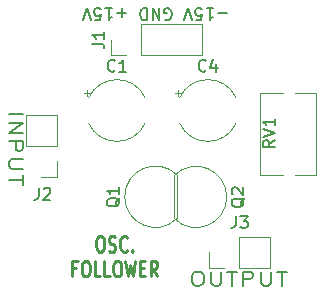
<source format=gbr>
G04 #@! TF.GenerationSoftware,KiCad,Pcbnew,(6.0.4)*
G04 #@! TF.CreationDate,2022-04-19T23:10:38+02:00*
G04 #@! TF.ProjectId,Wt_rnik_oscyloskopowy_JFET,5774f372-6e69-46b5-9f6f-7363796c6f73,rev?*
G04 #@! TF.SameCoordinates,Original*
G04 #@! TF.FileFunction,Legend,Top*
G04 #@! TF.FilePolarity,Positive*
%FSLAX46Y46*%
G04 Gerber Fmt 4.6, Leading zero omitted, Abs format (unit mm)*
G04 Created by KiCad (PCBNEW (6.0.4)) date 2022-04-19 23:10:38*
%MOMM*%
%LPD*%
G01*
G04 APERTURE LIST*
%ADD10C,0.200000*%
%ADD11C,0.250000*%
%ADD12C,0.150000*%
%ADD13C,0.120000*%
G04 APERTURE END LIST*
D10*
X100657142Y-78707142D02*
X101857142Y-78707142D01*
X100657142Y-79421428D02*
X101857142Y-79421428D01*
X100657142Y-80278571D01*
X101857142Y-80278571D01*
X100657142Y-80992857D02*
X101857142Y-80992857D01*
X101857142Y-81564285D01*
X101800000Y-81707142D01*
X101742857Y-81778571D01*
X101628571Y-81850000D01*
X101457142Y-81850000D01*
X101342857Y-81778571D01*
X101285714Y-81707142D01*
X101228571Y-81564285D01*
X101228571Y-80992857D01*
X101857142Y-82492857D02*
X100885714Y-82492857D01*
X100771428Y-82564285D01*
X100714285Y-82635714D01*
X100657142Y-82778571D01*
X100657142Y-83064285D01*
X100714285Y-83207142D01*
X100771428Y-83278571D01*
X100885714Y-83350000D01*
X101857142Y-83350000D01*
X101857142Y-83850000D02*
X101857142Y-84707142D01*
X100657142Y-84278571D02*
X101857142Y-84278571D01*
D11*
X108290476Y-89041595D02*
X108480952Y-89041595D01*
X108576190Y-89103500D01*
X108671428Y-89227309D01*
X108719047Y-89474928D01*
X108719047Y-89908261D01*
X108671428Y-90155880D01*
X108576190Y-90279690D01*
X108480952Y-90341595D01*
X108290476Y-90341595D01*
X108195238Y-90279690D01*
X108100000Y-90155880D01*
X108052380Y-89908261D01*
X108052380Y-89474928D01*
X108100000Y-89227309D01*
X108195238Y-89103500D01*
X108290476Y-89041595D01*
X109100000Y-90279690D02*
X109242857Y-90341595D01*
X109480952Y-90341595D01*
X109576190Y-90279690D01*
X109623809Y-90217785D01*
X109671428Y-90093976D01*
X109671428Y-89970166D01*
X109623809Y-89846357D01*
X109576190Y-89784452D01*
X109480952Y-89722547D01*
X109290476Y-89660642D01*
X109195238Y-89598738D01*
X109147619Y-89536833D01*
X109100000Y-89413023D01*
X109100000Y-89289214D01*
X109147619Y-89165404D01*
X109195238Y-89103500D01*
X109290476Y-89041595D01*
X109528571Y-89041595D01*
X109671428Y-89103500D01*
X110671428Y-90217785D02*
X110623809Y-90279690D01*
X110480952Y-90341595D01*
X110385714Y-90341595D01*
X110242857Y-90279690D01*
X110147619Y-90155880D01*
X110100000Y-90032071D01*
X110052380Y-89784452D01*
X110052380Y-89598738D01*
X110100000Y-89351119D01*
X110147619Y-89227309D01*
X110242857Y-89103500D01*
X110385714Y-89041595D01*
X110480952Y-89041595D01*
X110623809Y-89103500D01*
X110671428Y-89165404D01*
X111100000Y-90217785D02*
X111147619Y-90279690D01*
X111100000Y-90341595D01*
X111052380Y-90279690D01*
X111100000Y-90217785D01*
X111100000Y-90341595D01*
X106361904Y-91753642D02*
X106028571Y-91753642D01*
X106028571Y-92434595D02*
X106028571Y-91134595D01*
X106504761Y-91134595D01*
X107076190Y-91134595D02*
X107266666Y-91134595D01*
X107361904Y-91196500D01*
X107457142Y-91320309D01*
X107504761Y-91567928D01*
X107504761Y-92001261D01*
X107457142Y-92248880D01*
X107361904Y-92372690D01*
X107266666Y-92434595D01*
X107076190Y-92434595D01*
X106980952Y-92372690D01*
X106885714Y-92248880D01*
X106838095Y-92001261D01*
X106838095Y-91567928D01*
X106885714Y-91320309D01*
X106980952Y-91196500D01*
X107076190Y-91134595D01*
X108409523Y-92434595D02*
X107933333Y-92434595D01*
X107933333Y-91134595D01*
X109219047Y-92434595D02*
X108742857Y-92434595D01*
X108742857Y-91134595D01*
X109742857Y-91134595D02*
X109933333Y-91134595D01*
X110028571Y-91196500D01*
X110123809Y-91320309D01*
X110171428Y-91567928D01*
X110171428Y-92001261D01*
X110123809Y-92248880D01*
X110028571Y-92372690D01*
X109933333Y-92434595D01*
X109742857Y-92434595D01*
X109647619Y-92372690D01*
X109552380Y-92248880D01*
X109504761Y-92001261D01*
X109504761Y-91567928D01*
X109552380Y-91320309D01*
X109647619Y-91196500D01*
X109742857Y-91134595D01*
X110504761Y-91134595D02*
X110742857Y-92434595D01*
X110933333Y-91506023D01*
X111123809Y-92434595D01*
X111361904Y-91134595D01*
X111742857Y-91753642D02*
X112076190Y-91753642D01*
X112219047Y-92434595D02*
X111742857Y-92434595D01*
X111742857Y-91134595D01*
X112219047Y-91134595D01*
X113219047Y-92434595D02*
X112885714Y-91815547D01*
X112647619Y-92434595D02*
X112647619Y-91134595D01*
X113028571Y-91134595D01*
X113123809Y-91196500D01*
X113171428Y-91258404D01*
X113219047Y-91382214D01*
X113219047Y-91567928D01*
X113171428Y-91691738D01*
X113123809Y-91753642D01*
X113028571Y-91815547D01*
X112647619Y-91815547D01*
D10*
X116492857Y-92042857D02*
X116778571Y-92042857D01*
X116921428Y-92100000D01*
X117064285Y-92214285D01*
X117135714Y-92442857D01*
X117135714Y-92842857D01*
X117064285Y-93071428D01*
X116921428Y-93185714D01*
X116778571Y-93242857D01*
X116492857Y-93242857D01*
X116350000Y-93185714D01*
X116207142Y-93071428D01*
X116135714Y-92842857D01*
X116135714Y-92442857D01*
X116207142Y-92214285D01*
X116350000Y-92100000D01*
X116492857Y-92042857D01*
X117778571Y-92042857D02*
X117778571Y-93014285D01*
X117850000Y-93128571D01*
X117921428Y-93185714D01*
X118064285Y-93242857D01*
X118350000Y-93242857D01*
X118492857Y-93185714D01*
X118564285Y-93128571D01*
X118635714Y-93014285D01*
X118635714Y-92042857D01*
X119135714Y-92042857D02*
X119992857Y-92042857D01*
X119564285Y-93242857D02*
X119564285Y-92042857D01*
X120492857Y-93242857D02*
X120492857Y-92042857D01*
X121064285Y-92042857D01*
X121207142Y-92100000D01*
X121278571Y-92157142D01*
X121350000Y-92271428D01*
X121350000Y-92442857D01*
X121278571Y-92557142D01*
X121207142Y-92614285D01*
X121064285Y-92671428D01*
X120492857Y-92671428D01*
X121992857Y-92042857D02*
X121992857Y-93014285D01*
X122064285Y-93128571D01*
X122135714Y-93185714D01*
X122278571Y-93242857D01*
X122564285Y-93242857D01*
X122707142Y-93185714D01*
X122778571Y-93128571D01*
X122850000Y-93014285D01*
X122850000Y-92042857D01*
X123350000Y-92042857D02*
X124207142Y-92042857D01*
X123778571Y-93242857D02*
X123778571Y-92042857D01*
X119147619Y-70128571D02*
X118385714Y-70128571D01*
X117385714Y-69747619D02*
X117957142Y-69747619D01*
X117671428Y-69747619D02*
X117671428Y-70747619D01*
X117766666Y-70604761D01*
X117861904Y-70509523D01*
X117957142Y-70461904D01*
X116480952Y-70747619D02*
X116957142Y-70747619D01*
X117004761Y-70271428D01*
X116957142Y-70319047D01*
X116861904Y-70366666D01*
X116623809Y-70366666D01*
X116528571Y-70319047D01*
X116480952Y-70271428D01*
X116433333Y-70176190D01*
X116433333Y-69938095D01*
X116480952Y-69842857D01*
X116528571Y-69795238D01*
X116623809Y-69747619D01*
X116861904Y-69747619D01*
X116957142Y-69795238D01*
X117004761Y-69842857D01*
X116147619Y-70747619D02*
X115814285Y-69747619D01*
X115480952Y-70747619D01*
X113861904Y-70700000D02*
X113957142Y-70747619D01*
X114100000Y-70747619D01*
X114242857Y-70700000D01*
X114338095Y-70604761D01*
X114385714Y-70509523D01*
X114433333Y-70319047D01*
X114433333Y-70176190D01*
X114385714Y-69985714D01*
X114338095Y-69890476D01*
X114242857Y-69795238D01*
X114100000Y-69747619D01*
X114004761Y-69747619D01*
X113861904Y-69795238D01*
X113814285Y-69842857D01*
X113814285Y-70176190D01*
X114004761Y-70176190D01*
X113385714Y-69747619D02*
X113385714Y-70747619D01*
X112814285Y-69747619D01*
X112814285Y-70747619D01*
X112338095Y-69747619D02*
X112338095Y-70747619D01*
X112100000Y-70747619D01*
X111957142Y-70700000D01*
X111861904Y-70604761D01*
X111814285Y-70509523D01*
X111766666Y-70319047D01*
X111766666Y-70176190D01*
X111814285Y-69985714D01*
X111861904Y-69890476D01*
X111957142Y-69795238D01*
X112100000Y-69747619D01*
X112338095Y-69747619D01*
X110576190Y-70128571D02*
X109814285Y-70128571D01*
X110195238Y-69747619D02*
X110195238Y-70509523D01*
X108814285Y-69747619D02*
X109385714Y-69747619D01*
X109100000Y-69747619D02*
X109100000Y-70747619D01*
X109195238Y-70604761D01*
X109290476Y-70509523D01*
X109385714Y-70461904D01*
X107909523Y-70747619D02*
X108385714Y-70747619D01*
X108433333Y-70271428D01*
X108385714Y-70319047D01*
X108290476Y-70366666D01*
X108052380Y-70366666D01*
X107957142Y-70319047D01*
X107909523Y-70271428D01*
X107861904Y-70176190D01*
X107861904Y-69938095D01*
X107909523Y-69842857D01*
X107957142Y-69795238D01*
X108052380Y-69747619D01*
X108290476Y-69747619D01*
X108385714Y-69795238D01*
X108433333Y-69842857D01*
X107576190Y-70747619D02*
X107242857Y-69747619D01*
X106909523Y-70747619D01*
D12*
G04 #@! TO.C,J1*
X107722380Y-72733333D02*
X108436666Y-72733333D01*
X108579523Y-72780952D01*
X108674761Y-72876190D01*
X108722380Y-73019047D01*
X108722380Y-73114285D01*
X108722380Y-71733333D02*
X108722380Y-72304761D01*
X108722380Y-72019047D02*
X107722380Y-72019047D01*
X107865238Y-72114285D01*
X107960476Y-72209523D01*
X108008095Y-72304761D01*
G04 #@! TO.C,RV1*
X123152380Y-80895238D02*
X122676190Y-81228571D01*
X123152380Y-81466666D02*
X122152380Y-81466666D01*
X122152380Y-81085714D01*
X122200000Y-80990476D01*
X122247619Y-80942857D01*
X122342857Y-80895238D01*
X122485714Y-80895238D01*
X122580952Y-80942857D01*
X122628571Y-80990476D01*
X122676190Y-81085714D01*
X122676190Y-81466666D01*
X122152380Y-80609523D02*
X123152380Y-80276190D01*
X122152380Y-79942857D01*
X123152380Y-79085714D02*
X123152380Y-79657142D01*
X123152380Y-79371428D02*
X122152380Y-79371428D01*
X122295238Y-79466666D01*
X122390476Y-79561904D01*
X122438095Y-79657142D01*
G04 #@! TO.C,C4*
X117333333Y-75007142D02*
X117285714Y-75054761D01*
X117142857Y-75102380D01*
X117047619Y-75102380D01*
X116904761Y-75054761D01*
X116809523Y-74959523D01*
X116761904Y-74864285D01*
X116714285Y-74673809D01*
X116714285Y-74530952D01*
X116761904Y-74340476D01*
X116809523Y-74245238D01*
X116904761Y-74150000D01*
X117047619Y-74102380D01*
X117142857Y-74102380D01*
X117285714Y-74150000D01*
X117333333Y-74197619D01*
X118190476Y-74435714D02*
X118190476Y-75102380D01*
X117952380Y-74054761D02*
X117714285Y-74769047D01*
X118333333Y-74769047D01*
G04 #@! TO.C,C1*
X109633333Y-75007142D02*
X109585714Y-75054761D01*
X109442857Y-75102380D01*
X109347619Y-75102380D01*
X109204761Y-75054761D01*
X109109523Y-74959523D01*
X109061904Y-74864285D01*
X109014285Y-74673809D01*
X109014285Y-74530952D01*
X109061904Y-74340476D01*
X109109523Y-74245238D01*
X109204761Y-74150000D01*
X109347619Y-74102380D01*
X109442857Y-74102380D01*
X109585714Y-74150000D01*
X109633333Y-74197619D01*
X110585714Y-75102380D02*
X110014285Y-75102380D01*
X110300000Y-75102380D02*
X110300000Y-74102380D01*
X110204761Y-74245238D01*
X110109523Y-74340476D01*
X110014285Y-74388095D01*
G04 #@! TO.C,Q1*
X110047619Y-85795238D02*
X110000000Y-85890476D01*
X109904761Y-85985714D01*
X109761904Y-86128571D01*
X109714285Y-86223809D01*
X109714285Y-86319047D01*
X109952380Y-86271428D02*
X109904761Y-86366666D01*
X109809523Y-86461904D01*
X109619047Y-86509523D01*
X109285714Y-86509523D01*
X109095238Y-86461904D01*
X109000000Y-86366666D01*
X108952380Y-86271428D01*
X108952380Y-86080952D01*
X109000000Y-85985714D01*
X109095238Y-85890476D01*
X109285714Y-85842857D01*
X109619047Y-85842857D01*
X109809523Y-85890476D01*
X109904761Y-85985714D01*
X109952380Y-86080952D01*
X109952380Y-86271428D01*
X109952380Y-84890476D02*
X109952380Y-85461904D01*
X109952380Y-85176190D02*
X108952380Y-85176190D01*
X109095238Y-85271428D01*
X109190476Y-85366666D01*
X109238095Y-85461904D01*
G04 #@! TO.C,J2*
X103166666Y-84952380D02*
X103166666Y-85666666D01*
X103119047Y-85809523D01*
X103023809Y-85904761D01*
X102880952Y-85952380D01*
X102785714Y-85952380D01*
X103595238Y-85047619D02*
X103642857Y-85000000D01*
X103738095Y-84952380D01*
X103976190Y-84952380D01*
X104071428Y-85000000D01*
X104119047Y-85047619D01*
X104166666Y-85142857D01*
X104166666Y-85238095D01*
X104119047Y-85380952D01*
X103547619Y-85952380D01*
X104166666Y-85952380D01*
G04 #@! TO.C,Q2*
X120607619Y-85815238D02*
X120560000Y-85910476D01*
X120464761Y-86005714D01*
X120321904Y-86148571D01*
X120274285Y-86243809D01*
X120274285Y-86339047D01*
X120512380Y-86291428D02*
X120464761Y-86386666D01*
X120369523Y-86481904D01*
X120179047Y-86529523D01*
X119845714Y-86529523D01*
X119655238Y-86481904D01*
X119560000Y-86386666D01*
X119512380Y-86291428D01*
X119512380Y-86100952D01*
X119560000Y-86005714D01*
X119655238Y-85910476D01*
X119845714Y-85862857D01*
X120179047Y-85862857D01*
X120369523Y-85910476D01*
X120464761Y-86005714D01*
X120512380Y-86100952D01*
X120512380Y-86291428D01*
X119607619Y-85481904D02*
X119560000Y-85434285D01*
X119512380Y-85339047D01*
X119512380Y-85100952D01*
X119560000Y-85005714D01*
X119607619Y-84958095D01*
X119702857Y-84910476D01*
X119798095Y-84910476D01*
X119940952Y-84958095D01*
X120512380Y-85529523D01*
X120512380Y-84910476D01*
G04 #@! TO.C,J3*
X119866666Y-87352380D02*
X119866666Y-88066666D01*
X119819047Y-88209523D01*
X119723809Y-88304761D01*
X119580952Y-88352380D01*
X119485714Y-88352380D01*
X120247619Y-87352380D02*
X120866666Y-87352380D01*
X120533333Y-87733333D01*
X120676190Y-87733333D01*
X120771428Y-87780952D01*
X120819047Y-87828571D01*
X120866666Y-87923809D01*
X120866666Y-88161904D01*
X120819047Y-88257142D01*
X120771428Y-88304761D01*
X120676190Y-88352380D01*
X120390476Y-88352380D01*
X120295238Y-88304761D01*
X120247619Y-88257142D01*
D13*
G04 #@! TO.C,J1*
X111870000Y-73730000D02*
X117010000Y-73730000D01*
X109270000Y-73730000D02*
X109270000Y-72400000D01*
X117010000Y-73730000D02*
X117010000Y-71070000D01*
X110600000Y-73730000D02*
X109270000Y-73730000D01*
X111870000Y-73730000D02*
X111870000Y-71070000D01*
X111870000Y-71070000D02*
X117010000Y-71070000D01*
G04 #@! TO.C,RV1*
X126680000Y-83835000D02*
X124894000Y-83835000D01*
X126680000Y-76885000D02*
X124894000Y-76885000D01*
X121940000Y-76885000D02*
X121940000Y-83835000D01*
X123904000Y-83835000D02*
X121940000Y-83835000D01*
X123904000Y-76885000D02*
X121940000Y-76885000D01*
X126680000Y-76885000D02*
X126680000Y-83835000D01*
G04 #@! TO.C,C4*
X114695225Y-76925000D02*
X115195225Y-76925000D01*
X114945225Y-76675000D02*
X114945225Y-77175000D01*
X115104003Y-79460000D02*
G75*
G03*
X119895997Y-79460000I2395997J1060001D01*
G01*
X119895997Y-77340000D02*
G75*
G03*
X115104003Y-77340000I-2395997J-1060001D01*
G01*
G04 #@! TO.C,C1*
X106995225Y-76925000D02*
X107495225Y-76925000D01*
X107245225Y-76675000D02*
X107245225Y-77175000D01*
X107404003Y-79460000D02*
G75*
G03*
X112195997Y-79460000I2395997J1060001D01*
G01*
X112195997Y-77340000D02*
G75*
G03*
X107404003Y-77340000I-2395997J-1060001D01*
G01*
G04 #@! TO.C,Q1*
X114910000Y-87500000D02*
X114910000Y-83900000D01*
X110459999Y-85700000D02*
G75*
G03*
X114898478Y-87538478I2600001J0D01*
G01*
X114898478Y-83861522D02*
G75*
G03*
X110460000Y-85700000I-1838478J-1838478D01*
G01*
G04 #@! TO.C,J2*
X104730000Y-82675000D02*
X104730000Y-84005000D01*
X104730000Y-81405000D02*
X104730000Y-78805000D01*
X104730000Y-81405000D02*
X102070000Y-81405000D01*
X102070000Y-81405000D02*
X102070000Y-78805000D01*
X104730000Y-78805000D02*
X102070000Y-78805000D01*
X104730000Y-84005000D02*
X103400000Y-84005000D01*
G04 #@! TO.C,Q2*
X114650000Y-83920000D02*
X114650000Y-87520000D01*
X119100001Y-85720000D02*
G75*
G03*
X114661522Y-83881522I-2600001J0D01*
G01*
X114661522Y-87558478D02*
G75*
G03*
X119100000Y-85720000I1838478J1838478D01*
G01*
G04 #@! TO.C,J3*
X120170000Y-91730000D02*
X122770000Y-91730000D01*
X118900000Y-91730000D02*
X117570000Y-91730000D01*
X117570000Y-91730000D02*
X117570000Y-90400000D01*
X120170000Y-89070000D02*
X122770000Y-89070000D01*
X120170000Y-91730000D02*
X120170000Y-89070000D01*
X122770000Y-91730000D02*
X122770000Y-89070000D01*
G04 #@! TD*
M02*

</source>
